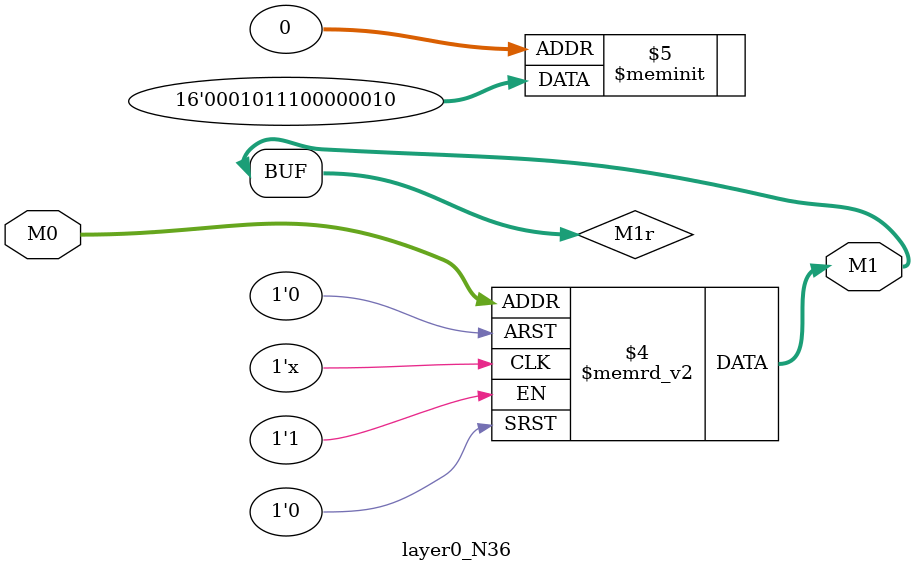
<source format=v>
module layer0_N36 ( input [2:0] M0, output [1:0] M1 );

	(*rom_style = "distributed" *) reg [1:0] M1r;
	assign M1 = M1r;
	always @ (M0) begin
		case (M0)
			3'b000: M1r = 2'b10;
			3'b100: M1r = 2'b11;
			3'b010: M1r = 2'b00;
			3'b110: M1r = 2'b01;
			3'b001: M1r = 2'b00;
			3'b101: M1r = 2'b01;
			3'b011: M1r = 2'b00;
			3'b111: M1r = 2'b00;

		endcase
	end
endmodule

</source>
